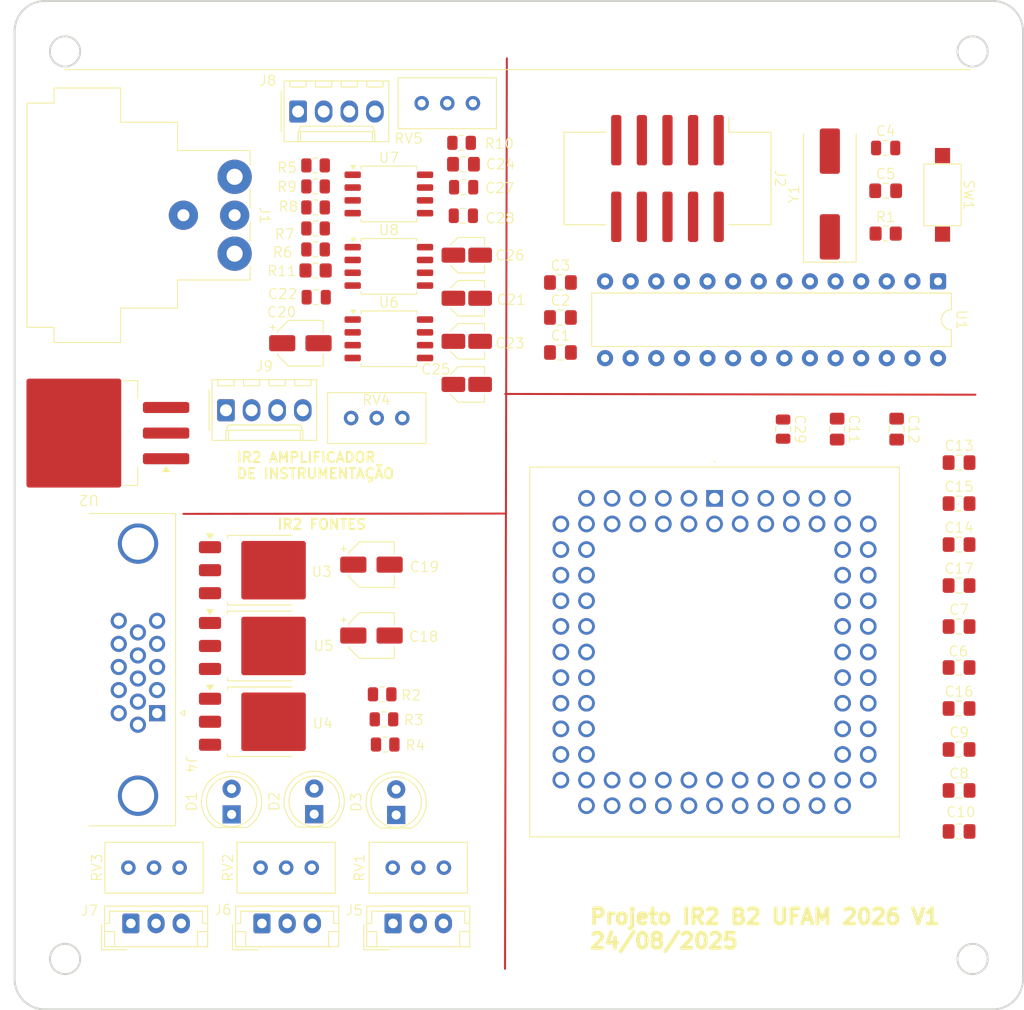
<source format=kicad_pcb>
(kicad_pcb (version 20241229) (generator "pcbnew") (generator_version "9.0")
  (title_block (title "IR2_B2_UFAM") (date "08/08/2025") (rev "V1") (company "UFAM-UFMG"))
  (layers (0 "F.Cu" signal) (2 "B.Cu" signal "B.Cu‏") (13 "F.Paste" user) (15 "B.Paste" user) (5 "F.SilkS" user "F.Silkscreen") (7 "B.SilkS" user "B.Silkscreen") (1 "F.Mask" user) (3 "B.Mask" user) (25 "Edge.Cuts" user))
  (net 0 "")
  (net 1 "Earth")
  (net 2 "/MODO E_RST E_RDR/3,3V")
  (net 3 "Net-(U6-CAP-)")
  (net 4 "Net-(U6-CAP+)")
  (net 5 "Net-(D1-A)")
  (net 6 "Net-(D2-A)")
  (net 7 "Net-(D3-A)")
  (net 8 "/MODO E_RST E_RDR/E_RDR")
  (net 9 "Net-(J3-RST)")
  (net 10 "-8,4V")
  (net 11 "/A0")
  (net 12 "/MODO E_RST E_RDR/E_RST")
  (net 13 "/A2")
  (net 14 "/Módulo Amplificador de Instrumentação/S+")
  (net 15 "/AC0")
  (net 16 "/A1")
  (net 17 "/Fontes/-8,4V")
  (net 18 "/Fontes/V+8,4V_IR2")
  (net 19 "/Fontes/V+8,4V_ATMEGA")
  (net 20 "/Fontes/V+8,4V_RST_RDR")
  (net 21 "/Módulo Amplificador de Instrumentação/VOUT")
  (net 22 "/Módulo Amplificador de Instrumentação/S-")
  (net 23 "Net-(R6-Pad1)")
  (net 24 "Net-(R7-Pad2)")
  (net 25 "Net-(R10-Pad1)")
  (net 26 "Net-(R10-Pad2)")
  (net 27 "/MODO E_RST E_RDR/V_LOAD")
  (net 32 "Net-(U1-XTAL2{slash}PB7)")
  (net 34 "/SCK")
  (net 35 "/Módulo Amplificador de Instrumentação/VIN")
  (net 36 "Net-(U1-XTAL1{slash}PB6)")
  (net 39 "2,5V")
  (net 40 "/MISO")
  (net 41 "Net-(U2-VO)")
  (net 44 "1,4V")
  (net 45 "3,3V")
  (net 46 "/RESET")
  (net 47 "Net-(U7--)")
  (net 48 "+8,4V")
  (net 49 "/RWS")
  (net 125 "/Fontes/+3,3V(IR2)")
  (net 126 "/AC1")
  (net 127 "/AC2")
  (net 128 "Net-(J3-RDR)")
  (net 130 "Net-(U7-+)")
  (net 133 "Net-(U8-2IN+)")
  (net 134 "Net-(U8-1IN+)")
  (net 135 "Net-(U7-Ref)")
  (net 136 "Net-(IC1-2IN+)")
  (net 137 "Net-(IC1-2IN-)")
  (net 138 "Net-(IC1-1IN+)")
  (footprint "Capacitor_SMD:C_0805_2012Metric_Pad1.18x1.45mm_HandSolder" (layer "F.Cu") (at 218.8425 105.662)
    (property "Reference" "C6" (at -0.0625 -1.6 0) (layer "F.SilkS") (effects (font (thickness 0.1))))
    (property "Value" "100nF")
    (pad "1" smd roundrect (at -1.0375 0) (size 1.175 1.45) (layers "F.Cu" "F.Mask" "F.Paste") (roundrect_rratio 0.212766) (net 125 "/Fontes/+3,3V(IR2)"))
    (pad "2" smd roundrect (at 1.0375 0) (size 1.175 1.45) (layers "F.Cu" "F.Mask" "F.Paste") (roundrect_rratio 0.212766) (net 1 "Earth"))
  )
  (footprint "Package_SO:SOIC-8_5.3x5.3mm_P1.27mm" (layer "F.Cu") (at 162.295 58.7)
    (property "Reference" "U7" (at 0 -3.6 0) (layer "F.SilkS") (effects (font (thickness 0.1))))
    (property "Value" "AD620")
    (pad "1" smd roundrect (at -3.5875 -1.905) (size 1.625 0.65) (layers "F.Cu" "F.Mask" "F.Paste") (net 25 "Net-(R10-Pad1)"))
    (pad "2" smd roundrect (at -3.5875 -0.635) (size 1.625 0.65) (layers "F.Cu" "F.Mask" "F.Paste") (net 47 "Net-(U7--)"))
    (pad "3" smd roundrect (at -3.5875 0.635) (size 1.625 0.65) (layers "F.Cu" "F.Mask" "F.Paste") (net 130 "Net-(U7-+)"))
    (pad "4" smd roundrect (at -3.5875 1.905) (size 1.625 0.65) (layers "F.Cu" "F.Mask" "F.Paste") (net 10 "-8,4V"))
    (pad "5" smd roundrect (at 3.5875 1.905) (size 1.625 0.65) (layers "F.Cu" "F.Mask" "F.Paste") (net 135 "Net-(U7-Ref)"))
    (pad "6" smd roundrect (at 3.5875 0.635) (size 1.625 0.65) (layers "F.Cu" "F.Mask" "F.Paste") (net 133 "Net-(U8-2IN+)"))
    (pad "7" smd roundrect (at 3.5875 -0.635) (size 1.625 0.65) (layers "F.Cu" "F.Mask" "F.Paste") (net 48 "+8,4V"))
    (pad "8" smd roundrect (at 3.5875 -1.905) (size 1.625 0.65) (layers "F.Cu" "F.Mask" "F.Paste") (net 26 "Net-(R10-Pad2)"))
  )
  (footprint "Capacitor_SMD:C_0805_2012Metric_Pad1.18x1.45mm_HandSolder" (layer "F.Cu") (at 218.8425 101.598)
    (property "Reference" "C7" (at 0 -1.68 0) (layer "F.SilkS") (effects (font (thickness 0.1))))
    (property "Value" "100nF")
    (pad "1" smd roundrect (at -1.0375 0) (size 1.175 1.45) (layers "F.Cu" "F.Mask" "F.Paste") (roundrect_rratio 0.212766) (net 125 "/Fontes/+3,3V(IR2)"))
    (pad "2" smd roundrect (at 1.0375 0) (size 1.175 1.45) (layers "F.Cu" "F.Mask" "F.Paste") (roundrect_rratio 0.212766) (net 1 "Earth"))
  )
  (footprint "Resistor_SMD:R_0805_2012Metric" (layer "F.Cu") (at 155.0275 57.953333)
    (property "Reference" "R9" (at -2.8275 0.033917 0) (layer "F.SilkS") (effects (font (thickness 0.1))))
    (property "Value" "1K")
    (pad "1" smd roundrect (at -0.9125 0) (size 1.025 1.4) (layers "F.Cu" "F.Mask" "F.Paste") (roundrect_rratio 0.243902) (net 130 "Net-(U7-+)"))
    (pad "2" smd roundrect (at 0.9125 0) (size 1.025 1.4) (layers "F.Cu" "F.Mask" "F.Paste") (roundrect_rratio 0.243902) (net 14 "/Módulo Amplificador de Instrumentação/S+"))
  )
  (footprint "Resistor_SMD:R_0805_2012Metric_Pad1.20x1.40mm_HandSolder" (layer "F.Cu") (at 155.0275 66.286667)
    (property "Reference" "R11" (at -3.3375 0.049583 0) (layer "F.SilkS") (effects (font (thickness 0.1))))
    (property "Value" "1K")
    (pad "1" smd roundrect (at -1 0) (size 1.2 1.4) (layers "F.Cu" "F.Mask" "F.Paste") (roundrect_rratio 0.208333) (net 133 "Net-(U8-2IN+)"))
    (pad "2" smd roundrect (at 1 0) (size 1.2 1.4) (layers "F.Cu" "F.Mask" "F.Paste") (roundrect_rratio 0.208333) (net 134 "Net-(U8-1IN+)"))
  )
  (footprint "Capacitor_SMD:C_0805_2012Metric" (layer "F.Cu") (at 201.39 82.02 -90)
    (property "Reference" "C29" (at 0 -1.68 270) (layer "F.SilkS") (effects (font (thickness 0.1))))
    (property "Value" "100nF")
    (pad "1" smd roundrect (at -0.95 0 270) (size 1 1.45) (layers "F.Cu" "F.Mask" "F.Paste") (net 1 "Earth"))
    (pad "2" smd roundrect (at 0.95 0 270) (size 1 1.45) (layers "F.Cu" "F.Mask" "F.Paste") (net 10 "-8,4V"))
  )
  (footprint "Capacitor_SMD:C_Elec_3x5.4" (layer "F.Cu") (at 170.02 77.59)
    (property "Reference" "C25" (at -3.07 -1.5 0) (layer "F.SilkS") (effects (font (thickness 0.1))))
    (property "Value" "10uF")
    (pad "1" smd roundrect (at -1.325 0) (size 2.35 1.5) (layers "F.Cu" "F.Mask" "F.Paste") (roundrect_rratio 0.166667) (net 3 "Net-(U6-CAP-)"))
    (pad "2" smd roundrect (at 1.325 0) (size 2.35 1.5) (layers "F.Cu" "F.Mask" "F.Paste") (roundrect_rratio 0.166667) (net 4 "Net-(U6-CAP+)"))
  )
  (footprint "Package_TO_SOT_SMD:TO-263-3_TabPin2" (layer "F.Cu") (at 132.555 82.415 180)
    (property "Reference" "U2" (at 0 -6.65 180) (layer "F.SilkS") (effects (font (thickness 0.1))))
    (property "Value" "AZ1084-5.0")
    (pad "1" smd roundrect (at -7.65 -2.54 180) (size 4.6 1.1) (layers "F.Cu" "F.Mask" "F.Paste") (roundrect_rratio 0.227273) (net 1 "Earth"))
    (pad "2" smd roundrect (at -7.65 0 180) (size 4.6 1.1) (layers "F.Cu" "F.Mask" "F.Paste") (roundrect_rratio 0.227273) (net 41 "Net-(U2-VO)"))
    (pad "2" smd roundrect (at 1.5 0 180) (size 9.4 10.8) (layers "F.Cu" "F.Mask") (roundrect_rratio 0.026596) (net 41 "Net-(U2-VO)"))
    (pad "3" smd roundrect (at -7.65 2.54 180) (size 4.6 1.1) (layers "F.Cu" "F.Mask" "F.Paste") (roundrect_rratio 0.227273) (net 18 "/Fontes/V+8,4V_IR2"))
  )
  (footprint "Capacitor_SMD:C_Elec_3x5.4" (layer "F.Cu") (at 170.02 64.77)
    (property "Reference" "C26" (at 4.29 0.02 0) (layer "F.SilkS") (effects (font (thickness 0.1))))
    (property "Value" "10uF")
    (pad "1" smd roundrect (at -1.325 0) (size 2.35 1.5) (layers "F.Cu" "F.Mask" "F.Paste") (roundrect_rratio 0.166667) (net 10 "-8,4V"))
    (pad "2" smd roundrect (at 1.325 0) (size 2.35 1.5) (layers "F.Cu" "F.Mask" "F.Paste") (roundrect_rratio 0.166667) (net 1 "Earth"))
  )
  (footprint "Capacitor_SMD:C_0805_2012Metric_Pad1.18x1.45mm_HandSolder" (layer "F.Cu") (at 218.8425 113.79)
    (property "Reference" "C9" (at 0 -1.68 0) (layer "F.SilkS") (effects (font (thickness 0.1))))
    (property "Value" "100nF")
    (pad "1" smd roundrect (at -1.0375 0) (size 1.175 1.45) (layers "F.Cu" "F.Mask" "F.Paste") (roundrect_rratio 0.212766) (net 49 "/RWS"))
    (pad "2" smd roundrect (at 1.0375 0) (size 1.175 1.45) (layers "F.Cu" "F.Mask" "F.Paste") (roundrect_rratio 0.212766) (net 1 "Earth"))
  )
  (footprint "Capacitor_SMD:C_0805_2012Metric" (layer "F.Cu") (at 169.71 58.03 180)
    (property "Reference" "C27" (at -3.58 -0.08 0) (layer "F.SilkS") (effects (font (thickness 0.1))))
    (property "Value" "100nF")
    (pad "1" smd roundrect (at -0.95 0 180) (size 1 1.45) (layers "F.Cu" "F.Mask" "F.Paste") (net 10 "-8,4V"))
    (pad "2" smd roundrect (at 0.95 0 180) (size 1 1.45) (layers "F.Cu" "F.Mask" "F.Paste") (net 1 "Earth"))
  )
  (footprint "Resistor_SMD:R_0805_2012Metric" (layer "F.Cu") (at 155.0275 64.203333)
    (property "Reference" "R6" (at -3.2675 0.275666 0) (layer "F.SilkS") (effects (font (thickness 0.1))))
    (property "Value" "1K")
    (pad "1" smd roundrect (at -0.9125 0) (size 1.025 1.4) (layers "F.Cu" "F.Mask" "F.Paste") (roundrect_rratio 0.243902) (net 23 "Net-(R6-Pad1)"))
    (pad "2" smd roundrect (at 0.9125 0) (size 1.025 1.4) (layers "F.Cu" "F.Mask" "F.Paste") (roundrect_rratio 0.243902) (net 48 "+8,4V"))
  )
  (footprint "Package_TO_SOT_SMD:TO-252-3_TabPin2" (layer "F.Cu") (at 149.6 111.04)
    (property "Reference" "U4" (at 6.135 0.17 0) (layer "F.SilkS") (effects (font (thickness 0.1))))
    (property "Value" "AZ1084-3.3")
    (pad "1" smd roundrect (at -5.04 -2.28) (size 2.2 1.2) (layers "F.Cu" "F.Mask" "F.Paste") (roundrect_rratio 0.208333) (net 1 "Earth"))
    (pad "2" smd roundrect (at -5.04 0) (size 2.2 1.2) (layers "F.Cu" "F.Mask" "F.Paste") (roundrect_rratio 0.208333) (net 2 "/MODO E_RST E_RDR/3,3V"))
    (pad "2" smd roundrect (at 1.26 0) (size 6.4 5.8) (layers "F.Cu" "F.Mask") (roundrect_rratio 0.043103) (net 2 "/MODO E_RST E_RDR/3,3V"))
    (pad "3" smd roundrect (at -5.04 2.28) (size 2.2 1.2) (layers "F.Cu" "F.Mask" "F.Paste") (roundrect_rratio 0.208333) (net 20 "/Fontes/V+8,4V_RST_RDR"))
  )
  (footprint "LED_THT:LED_D5.0mm" (layer "F.Cu") (at 146.7 120.23 90)
    (property "Reference" "D1" (at 1.27 -3.96 90) (layer "F.SilkS") (effects (font (thickness 0.1))))
    (property "Value" "LED")
    (pad "1" thru_hole rect (at 0 0 90) (size 1.8 1.8) (drill 0.9) (layers "*.Cu" "*.Mask") (net 1 "Earth"))
    (pad "2" thru_hole circle (at 2.54 0 90) (size 1.8 1.8) (drill 0.9) (layers "*.Cu" "*.Mask") (net 5 "Net-(D1-A)"))
  )
  (footprint "Capacitor_SMD:C_0805_2012Metric_Pad1.18x1.45mm_HandSolder" (layer "F.Cu") (at 218.8425 85.342)
    (property "Reference" "C13" (at 0 -1.68 0) (layer "F.SilkS") (effects (font (thickness 0.1))))
    (property "Value" "100nF")
    (pad "1" smd roundrect (at -1.0375 0) (size 1.175 1.45) (layers "F.Cu" "F.Mask" "F.Paste") (roundrect_rratio 0.212766) (net 13 "/A2"))
    (pad "2" smd roundrect (at 1.0375 0) (size 1.175 1.45) (layers "F.Cu" "F.Mask" "F.Paste") (roundrect_rratio 0.212766) (net 1 "Earth"))
  )
  (footprint "Capacitor_SMD:C_Elec_3x5.4" (layer "F.Cu") (at 170.02 69.043333)
    (property "Reference" "C21" (at 4.41 0.146667 0) (layer "F.SilkS") (effects (font (thickness 0.1))))
    (property "Value" "10uF")
    (pad "1" smd roundrect (at -1.325 0) (size 2.35 1.5) (layers "F.Cu" "F.Mask" "F.Paste") (roundrect_rratio 0.166667) (net 48 "+8,4V"))
    (pad "2" smd roundrect (at 1.325 0) (size 2.35 1.5) (layers "F.Cu" "F.Mask" "F.Paste") (roundrect_rratio 0.166667) (net 1 "Earth"))
  )
  (footprint "Capacitor_SMD:C_0805_2012Metric_Pad1.18x1.45mm_HandSolder" (layer "F.Cu") (at 169.6925 55.75)
    (property "Reference" "C24" (at 3.6775 0 0) (layer "F.SilkS") (effects (font (thickness 0.1))))
    (property "Value" "100nF")
    (pad "1" smd roundrect (at -1.0375 0) (size 1.175 1.45) (layers "F.Cu" "F.Mask" "F.Paste") (roundrect_rratio 0.212766) (net 48 "+8,4V"))
    (pad "2" smd roundrect (at 1.0375 0) (size 1.175 1.45) (layers "F.Cu" "F.Mask" "F.Paste") (roundrect_rratio 0.212766) (net 1 "Earth"))
  )
  (footprint "Capacitor_SMD:C_0805_2012Metric" (layer "F.Cu") (at 211.5625 54.14)
    (property "Reference" "C4" (at 0 -1.68 0) (layer "F.SilkS") (effects (font (thickness 0.1))))
    (property "Value" "22pF")
    (pad "1" smd roundrect (at -0.95 0) (size 1 1.45) (layers "F.Cu" "F.Mask" "F.Paste") (net 36 "Net-(U1-XTAL1{slash}PB6)"))
    (pad "2" smd roundrect (at 0.95 0) (size 1 1.45) (layers "F.Cu" "F.Mask" "F.Paste") (net 1 "Earth"))
  )
  (footprint "Button_Switch_SMD:SW_SPST_CK_RS282G05A3" (layer "F.Cu") (at 217.2 58.79 -90)
    (property "Reference" "SW1" (at 0 -2.6 270) (layer "F.SilkS") (effects (font (thickness 0.1))))
    (property "Value" "SW_SPST_CK_RS282G05A3")
    (pad "1" smd rect (at -3.9 0 270) (size 1.5 1.5) (layers "F.Cu" "F.Mask" "F.Paste") (net 46 "/RESET"))
    (pad "2" smd rect (at 3.9 0 270) (size 1.5 1.5) (layers "F.Cu" "F.Mask" "F.Paste") (net 46 "/RESET"))
  )
  (footprint "Connector_JST:JST_EH_B3B-EH-A_1x03_P2.50mm_Vertical" (layer "F.Cu") (at 162.71 131.04)
    (property "Reference" "J5" (at -3.84 -1.3 0) (layer "F.SilkS") (effects (font (thickness 0.1))))
    (property "Value" "Conn_01x03_Pin")
    (pad "1" thru_hole roundrect (at 0 0) (size 1.7 1.95) (drill 0.95) (layers "*.Cu" "*.Mask") (roundrect_rratio 0.147059) (net 2 "/MODO E_RST E_RDR/3,3V"))
    (pad "2" thru_hole oval (at 2.5 0) (size 1.7 1.95) (drill 0.95) (layers "*.Cu" "*.Mask") (net 1 "Earth"))
    (pad "3" thru_hole oval (at 5 0) (size 1.7 1.95) (drill 0.95) (layers "*.Cu" "*.Mask") (net 1 "Earth"))
  )
  (footprint "Capacitor_SMD:C_0805_2012Metric_Pad1.18x1.45mm_HandSolder" (layer "F.Cu") (at 218.8425 89.406)
    (property "Reference" "C15" (at 0 -1.68 0) (layer "F.SilkS") (effects (font (thickness 0.1))))
    (property "Value" "100nF")
    (pad "1" smd roundrect (at -1.0375 0) (size 1.175 1.45) (layers "F.Cu" "F.Mask" "F.Paste") (roundrect_rratio 0.212766) (net 126 "/AC1"))
    (pad "2" smd roundrect (at 1.0375 0) (size 1.175 1.45) (layers "F.Cu" "F.Mask" "F.Paste") (roundrect_rratio 0.212766) (net 1 "Earth"))
  )
  (footprint "Capacitor_SMD:C_0805_2012Metric_Pad1.18x1.45mm_HandSolder" (layer "F.Cu") (at 212.65 82.02 -90)
    (property "Reference" "C12" (at 0 -1.68 270) (layer "F.SilkS") (effects (font (thickness 0.1))))
    (property "Value" "100nF")
    (pad "1" smd roundrect (at -1.0375 0 270) (size 1.175 1.45) (layers "F.Cu" "F.Mask" "F.Paste") (roundrect_rratio 0.212766) (net 16 "/A1"))
    (pad "2" smd roundrect (at 1.0375 0 270) (size 1.175 1.45) (layers "F.Cu" "F.Mask" "F.Paste") (roundrect_rratio 0.212766) (net 1 "Earth"))
  )
  (footprint "Capacitor_SMD:C_0805_2012Metric_Pad1.18x1.45mm_HandSolder" (layer "F.Cu") (at 211.5625 58.385)
    (property "Reference" "C5" (at 0 -1.68 0) (layer "F.SilkS") (effects (font (thickness 0.1))))
    (property "Value" "22pF")
    (pad "1" smd roundrect (at -1.0375 0) (size 1.175 1.45) (layers "F.Cu" "F.Mask" "F.Paste") (roundrect_rratio 0.212766) (net 32 "Net-(U1-XTAL2{slash}PB7)"))
    (pad "2" smd roundrect (at 1.0375 0) (size 1.175 1.45) (layers "F.Cu" "F.Mask" "F.Paste") (roundrect_rratio 0.212766) (net 1 "Earth"))
  )
  (footprint "Capacitor_SMD:CP_Elec_4x5.8" (layer "F.Cu") (at 160.57 102.49)
    (property "Reference" "C18" (at 5.18 0.12 0) (layer "F.SilkS") (effects (font (thickness 0.1))))
    (property "Value" "22uF")
    (pad "1" smd roundrect (at -1.8 0) (size 2.6 1.6) (layers "F.Cu" "F.Mask" "F.Paste") (roundrect_rratio 0.15625) (net 125 "/Fontes/+3,3V(IR2)"))
    (pad "2" smd roundrect (at 1.8 0) (size 2.6 1.6) (layers "F.Cu" "F.Mask" "F.Paste") (roundrect_rratio 0.15625) (net 1 "Earth"))
  )
  (footprint "Capacitor_SMD:C_0805_2012Metric" (layer "F.Cu") (at 169.68 60.86)
    (property "Reference" "C28" (at 3.65 0.24 0) (layer "F.SilkS") (effects (font (thickness 0.1))))
    (property "Value" "100nF")
    (pad "1" smd roundrect (at -0.95 0) (size 1 1.45) (layers "F.Cu" "F.Mask" "F.Paste") (net 10 "-8,4V"))
    (pad "2" smd roundrect (at 0.95 0) (size 1 1.45) (layers "F.Cu" "F.Mask" "F.Paste") (net 48 "+8,4V"))
  )
  (footprint "Capacitor_SMD:C_0805_2012Metric_Pad1.18x1.45mm_HandSolder" (layer "F.Cu") (at 218.8425 93.47)
    (property "Reference" "C14" (at 0 -1.68 0) (layer "F.SilkS") (effects (font (thickness 0.1))))
    (property "Value" "100nF")
    (pad "1" smd roundrect (at -1.0375 0) (size 1.175 1.45) (layers "F.Cu" "F.Mask" "F.Paste") (roundrect_rratio 0.212766) (net 15 "/AC0"))
    (pad "2" smd roundrect (at 1.0375 0) (size 1.175 1.45) (layers "F.Cu" "F.Mask" "F.Paste") (roundrect_rratio 0.212766) (net 1 "Earth"))
  )
  (footprint "Resistor_SMD:R_0805_2012Metric_Pad1.20x1.40mm_HandSolder" (layer "F.Cu") (at 211.5625 62.63)
    (property "Reference" "R1" (at 0 -1.65 0) (layer "F.SilkS") (effects (font (thickness 0.1))))
    (property "Value" "10K")
    (pad "1" smd roundrect (at -1 0) (size 1.2 1.4) (layers "F.Cu" "F.Mask" "F.Paste") (roundrect_rratio 0.208333) (net 45 "3,3V"))
    (pad "2" smd roundrect (at 1 0) (size 1.2 1.4) (layers "F.Cu" "F.Mask" "F.Paste") (roundrect_rratio 0.208333) (net 46 "/RESET"))
  )
  (footprint "Connector_JST:JST_EH_B3B-EH-A_1x03_P2.50mm_Vertical" (layer "F.Cu") (at 136.71 131.04)
    (property "Reference" "J7" (at -4.1 -1.27 0) (layer "F.SilkS") (effects (font (thickness 0.1))))
    (property "Value" "Conn_01x03_Pin")
    (pad "1" thru_hole roundrect (at 0 0) (size 1.7 1.95) (drill 0.95) (layers "*.Cu" "*.Mask") (roundrect_rratio 0.147059) (net 2 "/MODO E_RST E_RDR/3,3V"))
    (pad "2" thru_hole oval (at 2.5 0) (size 1.7 1.95) (drill 0.95) (layers "*.Cu" "*.Mask") (net 8 "/MODO E_RST E_RDR/E_RDR"))
    (pad "3" thru_hole oval (at 5 0) (size 1.7 1.95) (drill 0.95) (layers "*.Cu" "*.Mask") (net 44 "1,4V"))
  )
  (footprint "Package_TO_SOT_SMD:TO-252-3_TabPin2" (layer "F.Cu") (at 149.6 103.525)
    (property "Reference" "U5" (at 6.215 -0.025 0) (layer "F.SilkS") (effects (font (thickness 0.1))))
    (property "Value" "AZ1084-3.3")
    (pad "1" smd roundrect (at -5.04 -2.28) (size 2.2 1.2) (layers "F.Cu" "F.Mask" "F.Paste") (roundrect_rratio 0.208333) (net 1 "Earth"))
    (pad "2" smd roundrect (at -5.04 0) (size 2.2 1.2) (layers "F.Cu" "F.Mask" "F.Paste") (roundrect_rratio 0.208333) (net 45 "3,3V"))
    (pad "2" smd roundrect (at 1.26 0) (size 6.4 5.8) (layers "F.Cu" "F.Mask") (roundrect_rratio 0.043103) (net 45 "3,3V"))
    (pad "3" smd roundrect (at -5.04 2.28) (size 2.2 1.2) (layers "F.Cu" "F.Mask" "F.Paste") (roundrect_rratio 0.208333) (net 19 "/Fontes/V+8,4V_ATMEGA"))
  )
  (footprint "Capacitor_SMD:C_0805_2012Metric_Pad1.18x1.45mm_HandSolder" (layer "F.Cu") (at 218.8425 109.726)
    (property "Reference" "C16" (at 0 -1.68 0) (layer "F.SilkS") (effects (font (thickness 0.1))))
    (property "Value" "100nF")
    (pad "1" smd roundrect (at -1.0375 0) (size 1.175 1.45) (layers "F.Cu" "F.Mask" "F.Paste") (roundrect_rratio 0.212766) (net 127 "/AC2"))
    (pad "2" smd roundrect (at 1.0375 0) (size 1.175 1.45) (layers "F.Cu" "F.Mask" "F.Paste") (roundrect_rratio 0.212766) (net 1 "Earth"))
  )
  (footprint "IR2_Library:IR2_UFAM_V0_PLCC84" (layer "F.Cu") (at 194.595 88.885)
    (property "Reference" "J3" (hide yes))
    (property "Value" "IR2_UFAM_V0_PLCC84" (hide yes))
    (pad "1" thru_hole rect (at 0 0) (size 1.65 1.65) (drill 1.1) (layers "*.Cu" "*.Mask") (net 125 "/Fontes/+3,3V(IR2)"))
    (pad "2" thru_hole circle (at 0 2.54) (size 1.65 1.65) (drill 1.1) (layers "*.Cu" "*.Mask"))
    (pad "3" thru_hole circle (at -2.54 0) (size 1.65 1.65) (drill 1.1) (layers "*.Cu" "*.Mask"))
    (pad "4" thru_hole circle (at -2.54 2.54) (size 1.65 1.65) (drill 1.1) (layers "*.Cu" "*.Mask"))
    (pad "5" thru_hole circle (at -5.08 0) (size 1.65 1.65) (drill 1.1) (layers "*.Cu" "*.Mask"))
    (pad "6" thru_hole circle (at -5.08 2.54) (size 1.65 1.65) (drill 1.1) (layers "*.Cu" "*.Mask"))
    (pad "7" thru_hole circle (at -7.62 0) (size 1.65 1.65) (drill 1.1) (layers "*.Cu" "*.Mask"))
    (pad "8" thru_hole circle (at -7.62 2.54) (size 1.65 1.65) (drill 1.1) (layers "*.Cu" "*.Mask"))
    (pad "9" thru_hole circle (at -10.16 0) (size 1.65 1.65) (drill 1.1) (layers "*.Cu" "*.Mask"))
    (pad "10" thru_hole circle (at -10.16 2.54) (size 1.65 1.65) (drill 1.1) (layers "*.Cu" "*.Mask"))
    (pad "11" thru_hole circle (at -12.7 0) (size 1.65 1.65) (drill 1.1) (layers "*.Cu" "*.Mask"))
    (pad "12" thru_hole circle (at -15.24 2.54) (size 1.65 1.65) (drill 1.1) (layers "*.Cu" "*.Mask"))
    (pad "13" thru_hole circle (at -12.7 2.54) (size 1.65 1.65) (drill 1.1) (layers "*.Cu" "*.Mask"))
    (pad "14" thru_hole circle (at -15.24 5.08) (size 1.65 1.65) (drill 1.1) (layers "*.Cu" "*.Mask"))
    (pad "15" thru_hole circle (at -12.7 5.08) (size 1.65 1.65) (drill 1.1) (layers "*.Cu" "*.Mask"))
    (pad "16" thru_hole circle (at -15.24 7.62) (size 1.65 1.65) (drill 1.1) (layers "*.Cu" "*.Mask") (net 27 "/MODO E_RST E_RDR/V_LOAD"))
    (pad "17" thru_hole circle (at -12.7 7.62) (size 1.65 1.65) (drill 1.1) (layers "*.Cu" "*.Mask"))
    (pad "18" thru_hole circle (at -15.24 10.16) (size 1.65 1.65) (drill 1.1) (layers "*.Cu" "*.Mask"))
    (pad "19" thru_hole circle (at -12.7 10.16) (size 1.65 1.65) (drill 1.1) (layers "*.Cu" "*.Mask"))
    (pad "20" thru_hole circle (at -15.24 12.7) (size 1.65 1.65) (drill 1.1) (layers "*.Cu" "*.Mask"))
    (pad "21" thru_hole circle (at -12.7 12.7) (size 1.65 1.65) (drill 1.1) (layers "*.Cu" "*.Mask"))
    (pad "22" thru_hole circle (at -15.24 15.24) (size 1.65 1.65) (drill 1.1) (layers "*.Cu" "*.Mask"))
    (pad "23" thru_hole circle (at -12.7 15.24) (size 1.65 1.65) (drill 1.1) (layers "*.Cu" "*.Mask") (net 12 "/MODO E_RST E_RDR/E_RST"))
    (pad "24" thru_hole circle (at -15.24 17.78) (size 1.65 1.65) (drill 1.1) (layers "*.Cu" "*.Mask"))
    (pad "25" thru_hole circle (at -12.7 17.78) (size 1.65 1.65) (drill 1.1) (layers "*.Cu" "*.Mask"))
    (pad "26" thru_hole circle (at -15.24 20.32) (size 1.65 1.65) (drill 1.1) (layers "*.Cu" "*.Mask"))
    (pad "27" thru_hole circle (at -12.7 20.32) (size 1.65 1.65) (drill 1.1) (layers "*.Cu" "*.Mask"))
    (pad "28" thru_hole circle (at -15.24 22.86) (size 1.65 1.65) (drill 1.1) (layers "*.Cu" "*.Mask"))
    (pad "29" thru_hole circle (at -12.7 22.86) (size 1.65 1.65) (drill 1.1) (layers "*.Cu" "*.Mask"))
    (pad "30" thru_hole circle (at -15.24 25.4) (size 1.65 1.65) (drill 1.1) (layers "*.Cu" "*.Mask"))
    (pad "31" thru_hole circle (at -12.7 25.4) (size 1.65 1.65) (drill 1.1) (layers "*.Cu" "*.Mask"))
    (pad "32" thru_hole circle (at -15.24 27.94) (size 1.65 1.65) (drill 1.1) (layers "*.Cu" "*.Mask"))
    (pad "33" thru_hole circle (at -12.7 30.48) (size 1.65 1.65) (drill 1.1) (layers "*.Cu" "*.Mask"))
    (pad "34" thru_hole circle (at -12.7 27.94) (size 1.65 1.65) (drill 1.1) (layers "*.Cu" "*.Mask"))
    (pad "35" thru_hole circle (at -10.16 30.48) (size 1.65 1.65) (drill 1.1) (layers "*.Cu" "*.Mask"))
    (pad "36" thru_hole circle (at -10.16 27.94) (size 1.65 1.65) (drill 1.1) (layers "*.Cu" "*.Mask"))
    (pad "37" thru_hole circle (at -7.62 30.48) (size 1.65 1.65) (drill 1.1) (layers "*.Cu" "*.Mask"))
    (pad "38" thru_hole circle (at -7.62 27.94) (size 1.65 1.65) (drill 1.1) (layers "*.Cu" "*.Mask") (net 8 "/MODO E_RST E_RDR/E_RDR"))
    (pad "39" thru_hole circle (at -5.08 30.48) (size 1.65 1.65) (drill 1.1) (layers "*.Cu" "*.Mask") (net 1 "Earth"))
    (pad "40" thru_hole circle (at -5.08 27.94) (size 1.65 1.65) (drill 1.1) (layers "*.Cu" "*.Mask") (net 22 "/Módulo Amplificador de Instrumentação/S-"))
    (pad "41" thru_hole circle (at -2.54 30.48) (size 1.65 1.65) (drill 1.1) (layers "*.Cu" "*.Mask"))
    (pad "42" thru_hole circle (at -2.54 27.94) (size 1.65 1.65) (drill 1.1) (layers "*.Cu" "*.Mask"))
    (pad "43" thru_hole circle (at 0 30.48) (size 1.65 1.65) (drill 1.1) (layers "*.Cu" "*.Mask"))
    (pad "44" thru_hole circle (at 0 27.94) (size 1.65 1.65) (drill 1.1) (layers "*.Cu" "*.Mask"))
    (pad "45" thru_hole circle (at 2.54 30.48) (size 1.65 1.65) (drill 1.1) (layers "*.Cu" "*.Mask"))
    (pad "46" thru_hole circle (at 2.54 27.94) (size 1.65 1.65) (drill 1.1) (layers "*.Cu" "*.Mask"))
    (pad "47" thru_hole circle (at 5.08 30.48) (size 1.65 1.65) (drill 1.1) (layers "*.Cu" "*.Mask"))
    (pad "48" thru_hole circle (at 5.08 27.94) (size 1.65 1.65) (drill 1.1) (layers "*.Cu" "*.Mask"))
    (pad "49" thru_hole circle (at 7.62 30.48) (size 1.65 1.65) (drill 1.1) (layers "*.Cu" "*.Mask"))
    (pad "50" thru_hole circle (at 7.62 27.94) (size 1.65 1.65) (drill 1.1) (layers "*.Cu" "*.Mask"))
    (pad "51" thru_hole circle (at 10.16 30.48) (size 1.65 1.65) (drill 1.1) (layers "*.Cu" "*.Mask") (net 9 "Net-(J3-RST)"))
    (pad "52" thru_hole circle (at 10.16 27.94) (size 1.65 1.65) (drill 1.1) (layers "*.Cu" "*.Mask"))
    (pad "53" thru_hole circle (at 12.7 30.48) (size 1.65 1.65) (drill 1.1) (layers "*.Cu" "*.Mask"))
    (pad "54" thru_hole circle (at 15.24 27.94) (size 1.65 1.65) (drill 1.1) (layers "*.Cu" "*.Mask") (net 49 "/RWS"))
    (pad "55" thru_hole circle (at 12.7 27.94) (size 1.65 1.65) (drill 1.1) (layers "*.Cu" "*.Mask") (net 128 "Net-(J3-RDR)"))
    (pad "56" thru_hole circle (at 15.24 25.4) (size 1.65 1.65) (drill 1.1) (layers "*.Cu" "*.Mask") (net 1 "Earth"))
    (pad "57" thru_hole circle (at 12.7 25.4) (size 1.65 1.65) (drill 1.1) (layers "*.Cu" "*.Mask"))
    (pad "58" thru_hole circle (at 15.24 22.86) (size 1.65 1.65) (drill 1.1) (layers "*.Cu" "*.Mask"))
    (pad "59" thru_hole circle (at 12.7 22.86) (size 1.65 1.65) (drill 1.1) (layers "*.Cu" "*.Mask"))
    (pad "60" thru_hole circle (at 15.24 20.32) (size 1.65 1.65) (drill 1.1) (layers "*.Cu" "*.Mask"))
    (pad "61" thru_hole circle (at 12.7 20.32) (size 1.65 1.65) (drill 1.1) (layers "*.Cu" "*.Mask"))
    (pad "62" thru_hole circle (at 15.24 17.78) (size 1.65 1.65) (drill 1.1) (layers "*.Cu" "*.Mask"))
    (pad "63" thru_hole circle (at 12.7 17.78) (size 1.65 1.65) (drill 1.1) (layers "*.Cu" "*.Mask"))
    (pad "64" thru_hole circle (at 15.24 15.24) (size 1.65 1.65) (drill 1.1) (layers "*.Cu" "*.Mask"))
    (pad "65" thru_hole circle (at 12.7 15.24) (size 1.65 1.65) (drill 1.1) (layers "*.Cu" "*.Mask"))
    (pad "66" thru_hole circle (at 15.24 12.7) (size 1.65 1.65) (drill 1.1) (layers "*.Cu" "*.Mask") (net 125 "/Fontes/+3,3V(IR2)"))
    (pad "67" thru_hole circle (at 12.7 12.7) (size 1.65 1.65) (drill 1.1) (layers "*.Cu" "*.Mask") (net 127 "/AC2"))
    (pad "68" thru_hole circle (at 15.24 10.16) (size 1.65 1.65) (drill 1.1) (layers "*.Cu" "*.Mask") (net 126 "/AC1"))
    (pad "69" thru_hole circle (at 12.7 10.16) (size 1.65 1.65) (drill 1.1) (layers "*.Cu" "*.Mask") (net 15 "/AC0"))
    (pad "70" thru_hole circle (at 15.24 7.62) (size 1.65 1.65) (drill 1.1) (layers "*.Cu" "*.Mask") (net 13 "/A2"))
    (pad "71" thru_hole circle (at 12.7 7.62) (size 1.65 1.65) (drill 1.1) (layers "*.Cu" "*.Mask") (net 16 "/A1"))
    (pad "72" thru_hole circle (at 15.24 5.08) (size 1.65 1.65) (drill 1.1) (layers "*.Cu" "*.Mask") (net 11 "/A0"))
    (pad "73" thru_hole circle (at 12.7 5.08) (size 1.65 1.65) (drill 1.1) (layers "*.Cu" "*.Mask"))
    (pad "74" thru_hole circle (at 15.24 2.54) (size 1.65 1.65) (drill 1.1) (layers "*.Cu" "*.Mask") (net 125 "/Fontes/+3,3V(IR2)"))
    (pad "75" thru_hole circle (at 12.7 0) (size 1.65 1.65) (drill 1.1) (layers "*.Cu" "*.Mask"))
    (pad "76" thru_hole circle (at 12.7 2.54) (size 1.65 1.65) (drill 1.1) (layers "*.Cu" "*.Mask"))
    (pad "77" thru_hole circle (at 10.16 0) (size 1.65 1.65) (drill 1.1) (layers "*.Cu" "*.Mask"))
    (pad "78" thru_hole circle (at 10.16 2.54) (size 1.65 1.65) (drill 1.1) (layers "*.Cu" "*.Mask"))
    (pad "79" thru_hole circle (at 7.62 0) (size 1.65 1.65) (drill 1.1) (layers "*.Cu" "*.Mask"))
    (pad "80" thru_hole circle (at 7.62 2.54) (size 1.65 1.65) (drill 1.1) (layers "*.Cu" "*.Mask"))
    (pad "81" thru_hole circle (at 5.08 0) (size 1.65 1.65) (drill 1.1) (layers "*.Cu" "*.Mask"))
    (pad "82" thru_hole circle (at 5.08 2.54) (size 1.65 1.65) (drill 1.1) (layers "*.Cu" "*.Mask"))
    (pad "83" thru_hole circle (at 2.54 0) (size 1.65 1.65) (drill 1.1) (layers "*.Cu" "*.Mask"))
    (pad "84" thru_hole circle (at 2.54 2.54) (size 1.65 1.65) (drill 1.1) (layers "*.Cu" "*.Mask"))
  )
  (footprint "Connector_JST:JST_EH_B3B-EH-A_1x03_P2.50mm_Vertical" (layer "F.Cu") (at 149.71 131.04)
    (property "Reference" "J6" (at -3.87 -1.35 0) (layer "F.SilkS") (effects (font (thickness 0.1))))
    (property "Value" "Conn_01x03_Pin")
    (pad "1" thru_hole roundrect (at 0 0) (size 1.7 1.95) (drill 0.95) (layers "*.Cu" "*.Mask") (roundrect_rratio 0.147059) (net 1 "Earth"))
    (pad "2" thru_hole oval (at 2.5 0) (size 1.7 1.95) (drill 0.95) (layers "*.Cu" "*.Mask") (net 12 "/MODO E_RST E_RDR/E_RST"))
    (pad "3" thru_hole oval (at 5 0) (size 1.7 1.95) (drill 0.95) (layers "*.Cu" "*.Mask") (net 39 "2,5V"))
  )
  (footprint "Potentiometer_THT:Potentiometer_Bourns_3296W_Vertical" (layer "F.Cu") (at 141.545 125.51)
    (property "Reference" "RV3" (at -8.195 0.005 90) (layer "F.SilkS") (effects (font (thickness 0.1))))
    (property "Value" "10K")
    (pad "1" thru_hole circle (at 0 0) (size 1.44 1.44) (drill 0.8) (layers "*.Cu" "*.Mask") (net 2 "/MODO E_RST E_RDR/3,3V"))
    (pad "2" thru_hole circle (at -2.54 0) (size 1.44 1.44) (drill 0.8) (layers "*.Cu" "*.Mask") (net 27 "/MODO E_RST E_RDR/V_LOAD"))
    (pad "3" thru_hole circle (at -5.08 0) (size 1.44 1.44) (drill 0.8) (layers "*.Cu" "*.Mask") (net 1 "Earth"))
  )
  (footprint "Connector_Dsub:DSUB-15-HD_Socket_Horizontal_P2.29x1.90mm_EdgePinOffset3.03mm_Housed_MountingHolesOffset4.94mm" (layer "F.Cu") (at 139.31 110.19 -90)
    (property "Reference" "J4" (at 5.07 -3.37 270) (layer "F.SilkS") (effects (font (thickness 0.1))))
    (property "Value" "DE15_Socket_HighDensity_MountingHoles")
    (pad "0" thru_hole circle (at -16.815 1.89 270) (size 4 4) (drill 3.2) (layers "*.Cu" "*.Mask") (net 1 "Earth"))
    (pad "0" thru_hole circle (at 8.185 1.89 270) (size 4 4) (drill 3.2) (layers "*.Cu" "*.Mask") (net 1 "Earth"))
    (pad "1" thru_hole rect (at 0 0 270) (size 1.6 1.6) (drill 1) (layers "*.Cu" "*.Mask"))
    (pad "2" thru_hole circle (at -2.29 0 270) (size 1.6 1.6) (drill 1) (layers "*.Cu" "*.Mask"))
    (pad "3" thru_hole circle (at -4.58 0 270) (size 1.6 1.6) (drill 1) (layers "*.Cu" "*.Mask"))
    (pad "4" thru_hole circle (at -6.87 0 270) (size 1.6 1.6) (drill 1) (layers "*.Cu" "*.Mask"))
    (pad "5" thru_hole circle (at -9.16 0 270) (size 1.6 1.6) (drill 1) (layers "*.Cu" "*.Mask") (net 19 "/Fontes/V+8,4V_ATMEGA"))
    (pad "6" thru_hole circle (at 1.145 1.9 270) (size 1.6 1.6) (drill 1) (layers "*.Cu" "*.Mask"))
    (pad "7" thru_hole circle (at -1.145 1.9 270) (size 1.6 1.6) (drill 1) (layers "*.Cu" "*.Mask"))
    (pad "8" thru_hole circle (at -3.435 1.9 270) (size 1.6 1.6) (drill 1) (layers "*.Cu" "*.Mask"))
    (pad "9" thru_hole circle (at -5.725 1.9 270) (size 1.6 1.6) (drill 1) (layers "*.Cu" "*.Mask"))
    (pad "10" thru_hole circle (at -8.015 1.9 270) (size 1.6 1.6) (drill 1) (layers "*.Cu" "*.Mask"))
    (pad "11" thru_hole circle (at 0 3.8 270) (size 1.6 1.6) (drill 1) (layers "*.Cu" "*.Mask") (net 35 "/Módulo Amplificador de Instrumentação/VIN"))
    (pad "12" thru_hole circle (at -2.29 3.8 270) (size 1.6 1.6) (drill 1) (layers "*.Cu" "*.Mask") (net 1 "Earth"))
    (pad "13" thru_hole circle (at -4.58 3.8 270) (size 1.6 1.6) (drill 1) (layers "*.Cu" "*.Mask") (net 17 "/Fontes/-8,4V"))
    (pad "14" thru_hole circle (at -6.87 3.8 270) (size 1.6 1.6) (drill 1) (layers "*.Cu" "*.Mask") (net 18 "/Fontes/V+8,4V_IR2"))
    (pad "15" thru_hole circle (at -9.16 3.8 270) (size 1.6 1.6) (drill 1) (layers "*.Cu" "*.Mask") (net 20 "/Fontes/V+8,4V_RST_RDR"))
  )
  (footprint "Connector_IDC:IDC-Header_2x05_P2.54mm_Vertical_SMD" (layer "F.Cu") (at 189.925 57.165 -90)
    (property "Reference" "J2" (at 0 -11.16 270) (layer "F.SilkS") (effects (font (thickness 0.1))))
    (property "Value" "USBAsp")
    (pad "1" smd roundrect (at -3.8 -5.08 270) (size 5 1.02) (layers "F.Cu" "F.Mask" "F.Paste") (roundrect_rratio 0.245098) (net 49 "/RWS"))
    (pad "2" smd roundrect (at 3.8 -5.08 270) (size 5 1.02) (layers "F.Cu" "F.Mask" "F.Paste") (roundrect_rratio 0.245098) (net 45 "3,3V"))
    (pad "3" smd roundrect (at -3.8 -2.54 270) (size 5 1.02) (layers "F.Cu" "F.Mask" "F.Paste") (roundrect_rratio 0.245098))
    (pad "4" smd roundrect (at 3.8 -2.54 270) (size 5 1.02) (layers "F.Cu" "F.Mask" "F.Paste") (roundrect_rratio 0.245098) (net 1 "Earth"))
    (pad "5" smd roundrect (at -3.8 0 270) (size 5 1.02) (layers "F.Cu" "F.Mask" "F.Paste") (roundrect_rratio 0.245098) (net 46 "/RESET"))
    (pad "6" smd roundrect (at 3.8 0 270) (size 5 1.02) (layers "F.Cu" "F.Mask" "F.Paste") (roundrect_rratio 0.245098) (net 1 "Earth"))
    (pad "7" smd roundrect (at -3.8 2.54 270) (size 5 1.02) (layers "F.Cu" "F.Mask" "F.Paste") (roundrect_rratio 0.245098) (net 34 "/SCK"))
    (pad "8" smd roundrect (at 3.8 2.54 270) (size 5 1.02) (layers "F.Cu" "F.Mask" "F.Paste") (roundrect_rratio 0.245098) (net 1 "Earth"))
    (pad "9" smd roundrect (at -3.8 5.08 270) (size 5 1.02) (layers "F.Cu" "F.Mask" "F.Paste") (roundrect_rratio 0.245098) (net 40 "/MISO"))
    (pad "10" smd roundrect (at 3.8 5.08 270) (size 5 1.02) (layers "F.Cu" "F.Mask" "F.Paste") (roundrect_rratio 0.245098) (net 1 "Earth"))
  )
  (footprint "Resistor_SMD:R_0805_2012Metric" (layer "F.Cu") (at 161.93 113.3)
    (property "Reference" "R4" (at 2.99 0.08 0) (layer "F.SilkS") (effects (font (thickness 0.1))))
    (property "Value" "220R")
    (pad "1" smd roundrect (at -0.9125 0) (size 1.025 1.4) (layers "F.Cu" "F.Mask" "F.Paste") (roundrect_rratio 0.243902) (net 45 "3,3V"))
    (pad "2" smd roundrect (at 0.9125 0) (size 1.025 1.4) (layers "F.Cu" "F.Mask" "F.Paste") (roundrect_rratio 0.243902) (net 7 "Net-(D3-A)"))
  )
  (footprint "Connector_Molex:Molex_KK-254_AE-6410-04A_1x04_P2.54mm_Vertical" (layer "F.Cu") (at 153.29 50.52465)
    (property "Reference" "J8" (at -3 -3.06465 0) (layer "F.SilkS") (effects (font (thickness 0.1))))
    (property "Value" "Entrada")
    (pad "1" thru_hole roundrect (at 0 0) (size 1.74 2.19) (drill 1.19) (layers "*.Cu" "*.Mask") (roundrect_rratio 0.143678) (net 35 "/Módulo Amplificador de Instrumentação/VIN"))
    (pad "2" thru_hole oval (at 2.54 0) (size 1.74 2.19) (drill 1.19) (layers "*.Cu" "*.Mask") (net 1 "Earth"))
    (pad "3" thru_hole oval (at 5.08 0) (size 1.74 2.19) (drill 1.19) (layers "*.Cu" "*.Mask") (net 22 "/Módulo Amplificador de Instrumentação/S-"))
    (pad "4" thru_hole oval (at 7.62 0) (size 1.74 2.19) (drill 1.19) (layers "*.Cu" "*.Mask") (net 14 "/Módulo Amplificador de Instrumentação/S+"))
  )
  (footprint "Capacitor_SMD:C_0805_2012Metric_Pad1.18x1.45mm_HandSolder" (layer "F.Cu") (at 206.75 82.02 -90)
    (property "Reference" "C11" (at 0 -1.68 270) (layer "F.SilkS") (effects (font (thickness 0.1))))
    (property "Value" "100nF")
    (pad "1" smd roundrect (at -1.0375 0 270) (size 1.175 1.45) (layers "F.Cu" "F.Mask" "F.Paste") (roundrect_rratio 0.212766) (net 11 "/A0"))
    (pad "2" smd roundrect (at 1.0375 0 270) (size 1.175 1.45) (layers "F.Cu" "F.Mask" "F.Paste") (roundrect_rratio 0.212766) (net 1 "Earth"))
  )
  (footprint "Capacitor_SMD:C_0805_2012Metric" (layer "F.Cu") (at 155.09 68.94)
    (property "Reference" "C22" (at -3.34 -0.32 0) (layer "F.SilkS") (effects (font (thickness 0.1))))
    (property "Value" "100nF")
    (pad "1" smd roundrect (at -0.95 0) (size 1 1.45) (layers "F.Cu" "F.Mask" "F.Paste") (net 48 "+8,4V"))
    (pad "2" smd roundrect (at 0.95 0) (size 1 1.45) (layers "F.Cu" "F.Mask" "F.Paste") (net 1 "Earth"))
  )
  (footprint "LED_THT:LED_D5.0mm" (layer "F.Cu") (at 163.02 120.285 90)
    (property "Reference" "D3" (at 1.27 -3.96 90) (layer "F.SilkS") (effects (font (thickness 0.1))))
    (property "Value" "LED")
    (pad "1" thru_hole rect (at 0 0 90) (size 1.8 1.8) (drill 0.9) (layers "*.Cu" "*.Mask") (net 1 "Earth"))
    (pad "2" thru_hole circle (at 2.54 0 90) (size 1.8 1.8) (drill 0.9) (layers "*.Cu" "*.Mask") (net 7 "Net-(D3-A)"))
  )
  (footprint "Package_DIP:DIP-28_W7.62mm" (layer "F.Cu") (at 216.755 67.365 -90)
    (property "Reference" "U1" (at 3.81 -2.33 270) (layer "F.SilkS") (effects (font (thickness 0.1))))
    (property "Value" "ATmega328-P")
    (pad "1" thru_hole roundrect (at 0 0 270) (size 1.6 1.6) (drill 0.8) (layers "*.Cu" "*.Mask") (roundrect_rratio 0.15625) (net 46 "/RESET"))
    (pad "2" thru_hole circle (at 0 2.54 270) (size 1.6 1.6) (drill 0.8) (layers "*.Cu" "*.Mask"))
    (pad "3" thru_hole circle (at 0 5.08 270) (size 1.6 1.6) (drill 0.8) (layers "*.Cu" "*.Mask"))
    (pad "4" thru_hole circle (at 0 7.62 270) (size 1.6 1.6) (drill 0.8) (layers "*.Cu" "*.Mask") (net 11 "/A0"))
    (pad "5" thru_hole circle (at 0 10.16 270) (size 1.6 1.6) (drill 0.8) (layers "*.Cu" "*.Mask") (net 16 "/A1"))
    (pad "6" thru_hole circle (at 0 12.7 270) (size 1.6 1.6) (drill 0.8) (layers "*.Cu" "*.Mask") (net 13 "/A2"))
    (pad "7" thru_hole circle (at 0 15.24 270) (size 1.6 1.6) (drill 0.8) (layers "*.Cu" "*.Mask") (net 45 "3,3V"))
    (pad "8" thru_hole circle (at 0 17.78 270) (size 1.6 1.6) (drill 0.8) (layers "*.Cu" "*.Mask") (net 1 "Earth"))
    (pad "9" thru_hole circle (at 0 20.32 270) (size 1.6 1.6) (drill 0.8) (layers "*.Cu" "*.Mask") (net 36 "Net-(U1-XTAL1{slash}PB6)"))
    (pad "10" thru_hole circle (at 0 22.86 270) (size 1.6 1.6) (drill 0.8) (layers "*.Cu" "*.Mask") (net 32 "Net-(U1-XTAL2{slash}PB7)"))
    (pad "11" thru_hole circle (at 0 25.4 270) (size 1.6 1.6) (drill 0.8) (layers "*.Cu" "*.Mask") (net 15 "/AC0"))
    (pad "12" thru_hole circle (at 0 27.94 270) (size 1.6 1.6) (drill 0.8) (layers "*.Cu" "*.Mask") (net 126 "/AC1"))
    (pad "13" thru_hole circle (at 0 30.48 270) (size 1.6 1.6) (drill 0.8) (layers "*.Cu" "*.Mask") (net 127 "/AC2"))
    (pad "14" thru_hole circle (at 0 33.02 270) (size 1.6 1.6) (drill 0.8) (layers "*.Cu" "*.Mask"))
    (pad "15" thru_hole circle (at 7.62 33.02 270) (size 1.6 1.6) (drill 0.8) (layers "*.Cu" "*.Mask") (net 9 "Net-(J3-RST)"))
    (pad "16" thru_hole circle (at 7.62 30.48 270) (size 1.6 1.6) (drill 0.8) (layers "*.Cu" "*.Mask") (net 128 "Net-(J3-RDR)"))
    (pad "17" thru_hole circle (at 7.62 27.94 270) (size 1.6 1.6) (drill 0.8) (layers "*.Cu" "*.Mask") (net 49 "/RWS"))
    (pad "18" thru_hole circle (at 7.62 25.4 270) (size 1.6 1.6) (drill 0.8) (layers "*.Cu" "*.Mask") (net 40 "/MISO"))
    (pad "19" thru_hole circle (at 7.62 22.86 270) (size 1.6 1.6) (drill 0.8) (layers "*.Cu" "*.Mask") (net 34 "/SCK"))
    (pad "20" thru_hole circle (at 7.62 20.32 270) (size 1.6 1.6) (drill 0.8) (layers "*.Cu" "*.Mask") (net 45 "3,3V"))
    (pad "21" thru_hole circle (at 7.62 17.78 270) (size 1.6 1.6) (drill 0.8) (layers "*.Cu" "*.Mask") (net 45 "3,3V"))
    (pad "22" thru_hole circle (at 7.62 15.24 270) (size 1.6 1.6) (drill 0.8) (layers "*.Cu" "*.Mask") (net 1 "Earth"))
    (pad "23" thru_hole circle (at 7.62 12.7 270) (size 1.6 1.6) (drill 0.8) (layers "*.Cu" "*.Mask") (net 21 "/Módulo Amplificador de Instrumentação/VOUT"))
    (pad "24" thru_hole circle (at 7.62 10.16 270) (size 1.6 1.6) (drill 0.8) (layers "*.Cu" "*.Mask"))
    (pad "25" thru_hole circle (at 7.62 7.62 270) (size 1.6 1.6) (drill 0.8) (layers "*.Cu" "*.Mask"))
    (pad "26" thru_hole circle (at 7.62 5.08 270) (size 1.6 1.6) (drill 0.8) (layers "*.Cu" "*.Mask"))
    (pad "27" thru_hole circle (at 7.62 2.54 270) (size 1.6 1.6) (drill 0.8) (layers "*.Cu" "*.Mask"))
    (pad "28" thru_hole circle (at 7.62 0 270) (size 1.6 1.6) (drill 0.8) (layers "*.Cu" "*.Mask"))
  )
  (footprint "Capacitor_SMD:C_0805_2012Metric_Pad1.18x1.45mm_HandSolder" (layer "F.Cu") (at 218.8425 121.918)
    (property "Reference" "C10" (at 0.1775 -1.93 0) (layer "F.SilkS") (effects (font (thickness 0.1))))
    (property "Value" "100nF")
    (pad "1" smd roundrect (at -1.0375 0) (size 1.175 1.45) (layers "F.Cu" "F.Mask" "F.Paste") (roundrect_rratio 0.212766) (net 9 "Net-(J3-RST)"))
    (pad "2" smd roundrect (at 1.0375 0) (size 1.175 1.45) (layers "F.Cu" "F.Mask" "F.Paste") (roundrect_rratio 0.212766) (net 1 "Earth"))
  )
  (footprint "Connector_Audio:Jack_XLR_Neutrik_NC3MBH-B_Horizontal" (layer "F.Cu") (at 147 57 -90)
    (property "Reference" "J1" (at 3.81 -3 270) (layer "F.SilkS") (effects (font (thickness 0.1))))
    (property "Value" "NC3MBH-B")
    (pad "" np_thru_hole circle (at 0 8.89 270) (size 1.6 1.6) (drill 1.6) (layers "*.Cu" "*.Mask"))
    (pad "" np_thru_hole circle (at 7.62 13.97 270) (size 1.6 1.6) (drill 1.6) (layers "*.Cu" "*.Mask"))
    (pad "1" thru_hole circle (at 0 0 270) (size 3.4 3.4) (drill 1.6) (layers "*.Cu" "*.Mask") (net 14 "/Módulo Amplificador de Instrumentação/S+"))
    (pad "2" thru_hole circle (at 7.62 0 270) (size 3.4 3.4) (drill 1.6) (layers "*.Cu" "*.Mask") (net 1 "Earth"))
    (pad "3" thru_hole circle (at 3.81 0 270) (size 2.9 2.9) (drill 1.2) (layers "*.Cu" "*.Mask") (net 1 "Earth"))
    (pad "G" thru_hole circle (at 3.81 5.08 270) (size 2.9 2.9) (drill 1.2) (layers "*.Cu" "*.Mask") (net 1 "Earth"))
  )
  (footprint "Potentiometer_THT:Potentiometer_Bourns_3296W_Vertical" (layer "F.Cu") (at 170.63 49.7)
    (property "Reference" "RV5" (at -6.38 3.5 0) (layer "F.SilkS") (effects (font (thickness 0.1))))
    (property "Value" "100K")
    (pad "1" thru_hole circle (at 0 0) (size 1.44 1.44) (drill 0.8) (layers "*.Cu" "*.Mask") (net 25 "Net-(R10-Pad1)"))
    (pad "2" thru_hole circle (at -2.54 0) (size 1.44 1.44) (drill 0.8) (layers "*.Cu" "*.Mask") (net 25 "Net-(R10-Pad1)"))
    (pad "3" thru_hole circle (at -5.08 0) (size 1.44 1.44) (drill 0.8) (layers "*.Cu" "*.Mask") (net 26 "Net-(R10-Pad2)"))
  )
  (footprint "Capacitor_SMD:CP_Elec_4x5.8" (layer "F.Cu") (at 160.57 95.46)
    (property "Reference" "C19" (at 5.25 0.22 0) (layer "F.SilkS") (effects (font (thickness 0.1))))
    (property "Value" "22uF")
    (pad "1" smd roundrect (at -1.8 0) (size 2.6 1.6) (layers "F.Cu" "F.Mask" "F.Paste") (roundrect_rratio 0.15625) (net 2 "/MODO E_RST E_RDR/3,3V"))
    (pad "2" smd roundrect (at 1.8 0) (size 2.6 1.6) (layers "F.Cu" "F.Mask" "F.Paste") (roundrect_rratio 0.15625) (net 1 "Earth"))
  )
  (footprint "Capacitor_SMD:C_0805_2012Metric_Pad1.18x1.45mm_HandSolder" (layer "F.Cu") (at 179.31 74.42)
    (property "Reference" "C1" (at 0 -1.68 0) (layer "F.SilkS") (effects (font (thickness 0.1))))
    (property "Value" "100nF")
    (pad "1" smd roundrect (at -1.0375 0) (size 1.175 1.45) (layers "F.Cu" "F.Mask" "F.Paste") (roundrect_rratio 0.212766) (net 9 "Net-(J3-RST)"))
    (pad "2" smd roundrect (at 1.0375 0) (size 1.175 1.45) (layers "F.Cu" "F.Mask" "F.Paste") (roundrect_rratio 0.212766) (net 1 "Earth"))
  )
  (footprint "Connector_Molex:Molex_KK-254_AE-6410-04A_1x04_P2.54mm_Vertical" (layer "F.Cu") (at 146.14 80.15)
    (property "Reference" "J9" (at 3.81 -4.36 0) (layer "F.SilkS") (effects (font (thickness 0.1))))
    (property "Value" "Saída")
    (pad "1" thru_hole roundrect (at 0 0) (size 1.74 2.19) (drill 1.19) (layers "*.Cu" "*.Mask") (roundrect_rratio 0.143678) (net 1 "Earth"))
    (pad "2" thru_hole oval (at 2.54 0) (size 1.74 2.19) (drill 1.19) (layers "*.Cu" "*.Mask") (net 21 "/Módulo Amplificador de Instrumentação/VOUT"))
    (pad "3" thru_hole oval (at 5.08 0) (size 1.74 2.19) (drill 1.19) (layers "*.Cu" "*.Mask") (net 1 "Earth"))
    (pad "4" thru_hole oval (at 7.62 0) (size 1.74 2.19) (drill 1.19) (layers "*.Cu" "*.Mask") (net 10 "-8,4V"))
  )
  (footprint "Capacitor_SMD:CP_Elec_4x5.8" (layer "F.Cu") (at 153.52 73.5)
    (property "Reference" "C20" (at -1.86 -3.08 0) (layer "F.SilkS") (effects (font (thickness 0.1))))
    (property "Value" "22uF")
    (pad "1" smd roundrect (at -1.8 0) (size 2.6 1.6) (layers "F.Cu" "F.Mask" "F.Paste") (roundrect_rratio 0.15625) (net 45 "3,3V"))
    (pad "2" smd roundrect (at 1.8 0) (size 2.6 1.6) (layers "F.Cu" "F.Mask" "F.Paste") (roundrect_rratio 0.15625) (net 1 "Earth"))
  )
  (footprint "Capacitor_SMD:C_0805_2012Metric_Pad1.18x1.45mm_HandSolder" (layer "F.Cu") (at 179.31 70.95)
    (property "Reference" "C2" (at 0 -1.68 0) (layer "F.SilkS") (effects (font (thickness 0.1))))
    (property "Value" "100nF")
    (pad "1" smd roundrect (at -1.0375 0) (size 1.175 1.45) (layers "F.Cu" "F.Mask" "F.Paste") (roundrect_rratio 0.212766) (net 128 "Net-(J3-RDR)"))
    (pad "2" smd roundrect (at 1.0375 0) (size 1.175 1.45) (layers "F.Cu" "F.Mask" "F.Paste") (roundrect_rratio 0.212766) (net 1 "Earth"))
  )
  (footprint "LED_THT:LED_D5.0mm" (layer "F.Cu") (at 154.89 120.205 90)
    (property "Reference" "D2" (at 1.27 -3.96 90) (layer "F.SilkS") (effects (font (thickness 0.1))))
    (property "Value" "LED")
    (pad "1" thru_hole rect (at 0 0 90) (size 1.8 1.8) (drill 0.9) (layers "*.Cu" "*.Mask") (net 1 "Earth"))
    (pad "2" thru_hole circle (at 2.54 0 90) (size 1.8 1.8) (drill 0.9) (layers "*.Cu" "*.Mask") (net 6 "Net-(D2-A)"))
  )
  (footprint "Potentiometer_THT:Potentiometer_Bourns_3296W_Vertical" (layer "F.Cu") (at 154.65 125.51)
    (property "Reference" "RV2" (at -8.31 0.005 90) (layer "F.SilkS") (effects (font (thickness 0.1))))
    (property "Value" "10K")
    (pad "1" thru_hole circle (at 0 0) (size 1.44 1.44) (drill 0.8) (layers "*.Cu" "*.Mask") (net 2 "/MODO E_RST E_RDR/3,3V"))
    (pad "2" thru_hole circle (at -2.54 0) (size 1.44 1.44) (drill 0.8) (layers "*.Cu" "*.Mask") (net 44 "1,4V"))
    (pad "3" thru_hole circle (at -5.08 0) (size 1.44 1.44) (drill 0.8) (layers "*.Cu" "*.Mask") (net 1 "Earth"))
  )
  (footprint "Resistor_SMD:R_0805_2012Metric" (layer "F.Cu") (at 169.5075 53.63)
    (property "Reference" "R10" (at 3.7425 0.08 0) (layer "F.SilkS") (effects (font (thickness 0.1))))
    (property "Value" "49,4kR")
    (pad "1" smd roundrect (at -0.9125 0) (size 1.025 1.4) (layers "F.Cu" "F.Mask" "F.Paste") (roundrect_rratio 0.243902) (net 25 "Net-(R10-Pad1)"))
    (pad "2" smd roundrect (at 0.9125 0) (size 1.025 1.4) (layers "F.Cu" "F.Mask" "F.Paste") (roundrect_rratio 0.243902) (net 26 "Net-(R10-Pad2)"))
  )
  (footprint "Package_TO_SOT_SMD:TO-252-3_TabPin2" (layer "F.Cu") (at 149.6 96.01)
    (property "Reference" "U3" (at 6.035 0.15 0) (layer "F.SilkS") (effects (font (thickness 0.1))))
    (property "Value" "AZ1084-3.3")
    (pad "1" smd roundrect (at -5.04 -2.28) (size 2.2 1.2) (layers "F.Cu" "F.Mask" "F.Paste") (roundrect_rratio 0.208333) (net 1 "Earth"))
    (pad "2" smd roundrect (at -5.04 0) (size 2.2 1.2) (layers "F.Cu" "F.Mask" "F.Paste") (roundrect_rratio 0.208333) (net 125 "/Fontes/+3,3V(IR2)"))
    (pad "2" smd roundrect (at 1.26 0) (size 6.4 5.8) (layers "F.Cu" "F.Mask") (roundrect_rratio 0.043103) (net 125 "/Fontes/+3,3V(IR2)"))
    (pad "3" smd roundrect (at -5.04 2.28) (size 2.2 1.2) (layers "F.Cu" "F.Mask" "F.Paste") (roundrect_rratio 0.208333) (net 41 "Net-(U2-VO)"))
  )
  (footprint "Capacitor_SMD:C_Elec_3x5.4" (layer "F.Cu") (at 170.02 73.316667)
    (property "Reference" "C23" (at 4.29 0.183333 0) (layer "F.SilkS") (effects (font (thickness 0.1))))
    (property "Value" "10uF")
    (pad "1" smd roundrect (at -1.325 0) (size 2.35 1.5) (layers "F.Cu" "F.Mask" "F.Paste") (roundrect_rratio 0.166667) (net 48 "+8,4V"))
    (pad "2" smd roundrect (at 1.325 0) (size 2.35 1.5) (layers "F.Cu" "F.Mask" "F.Paste") (roundrect_rratio 0.166667) (net 1 "Earth"))
  )
  (footprint "Package_SO:SOIC-8_5.3x5.3mm_P1.27mm" (layer "F.Cu") (at 162.295 73.06)
    (property "Reference" "U6" (at 0 -3.6 0) (layer "F.SilkS") (effects (font (thickness 0.1))))
    (property "Value" "LMC7660")
    (pad "1" smd roundrect (at -3.5875 -1.905) (size 1.625 0.65) (layers "F.Cu" "F.Mask" "F.Paste"))
    (pad "2" smd roundrect (at -3.5875 -0.635) (size 1.625 0.65) (layers "F.Cu" "F.Mask" "F.Paste") (net 4 "Net-(U6-CAP+)"))
    (pad "3" smd roundrect (at -3.5875 0.635) (size 1.625 0.65) (layers "F.Cu" "F.Mask" "F.Paste") (net 1 "Earth"))
    (pad "4" smd roundrect (at -3.5875 1.905) (size 1.625 0.65) (layers "F.Cu" "F.Mask" "F.Paste") (net 3 "Net-(U6-CAP-)"))
    (pad "5" smd roundrect (at 3.5875 1.905) (size 1.625 0.65) (layers "F.Cu" "F.Mask" "F.Paste") (net 10 "-8,4V"))
    (pad "6" smd roundrect (at 3.5875 0.635) (size 1.625 0.65) (layers "F.Cu" "F.Mask" "F.Paste"))
    (pad "7" smd roundrect (at 3.5875 -0.635) (size 1.625 0.65) (layers "F.Cu" "F.Mask" "F.Paste"))
    (pad "8" smd roundrect (at 3.5875 -1.905) (size 1.625 0.65) (layers "F.Cu" "F.Mask" "F.Paste") (net 48 "+8,4V"))
  )
  (footprint "Potentiometer_THT:Potentiometer_Bourns_3296W_Vertical" (layer "F.Cu") (at 167.755 125.51)
    (property "Reference" "RV1" (at -8.375 0.005 90) (layer "F.SilkS") (effects (font (thickness 0.1))))
    (property "Value" "10K")
    (pad "1" thru_hole circle (at 0 0) (size 1.44 1.44) (drill 0.8) (layers "*.Cu" "*.Mask") (net 2 "/MODO E_RST E_RDR/3,3V"))
    (pad "2" thru_hole circle (at -2.54 0) (size 1.44 1.44) (drill 0.8) (layers "*.Cu" "*.Mask") (net 39 "2,5V"))
    (pad "3" thru_hole circle (at -5.08 0) (size 1.44 1.44) (drill 0.8) (layers "*.Cu" "*.Mask") (net 1 "Earth"))
  )
  (footprint "Capacitor_SMD:C_0805_2012Metric_Pad1.18x1.45mm_HandSolder" (layer "F.Cu") (at 218.8425 117.854)
    (property "Reference" "C8" (at 0 -1.68 0) (layer "F.SilkS") (effects (font (thickness 0.1))))
    (property "Value" "100nF")
    (pad "1" smd roundrect (at -1.0375 0) (size 1.175 1.45) (layers "F.Cu" "F.Mask" "F.Paste") (roundrect_rratio 0.212766) (net 128 "Net-(J3-RDR)"))
    (pad "2" smd roundrect (at 1.0375 0) (size 1.175 1.45) (layers "F.Cu" "F.Mask" "F.Paste") (roundrect_rratio 0.212766) (net 1 "Earth"))
  )
  (footprint "Capacitor_SMD:C_0805_2012Metric_Pad1.18x1.45mm_HandSolder" (layer "F.Cu") (at 218.8425 97.534)
    (property "Reference" "C17" (at 0 -1.68 0) (layer "F.SilkS") (effects (font (thickness 0.1))))
    (property "Value" "100nF")
    (pad "1" smd roundrect (at -1.0375 0) (size 1.175 1.45) (layers "F.Cu" "F.Mask" "F.Paste") (roundrect_rratio 0.212766) (net 125 "/Fontes/+3,3V(IR2)"))
    (pad "2" smd roundrect (at 1.0375 0) (size 1.175 1.45) (layers "F.Cu" "F.Mask" "F.Paste") (roundrect_rratio 0.212766) (net 1 "Earth"))
  )
  (footprint "IR2_Library:ir2_U8_SOIC-8_5.3x5.3mm_P1.27mm" (layer "F.Cu") (at 162.295 65.88)
    (property "Reference" "U8" (at 0 -3.6 0) (layer "F.SilkS") (effects (font (thickness 0.1))))
    (property "Value" "LM358")
    (pad "1" smd roundrect (at -3.5875 -1.905) (size 1.625 0.65) (layers "F.Cu" "F.Mask" "F.Paste") (net 21 "/Módulo Amplificador de Instrumentação/VOUT"))
    (pad "2" smd roundrect (at -3.5875 -0.635) (size 1.625 0.65) (layers "F.Cu" "F.Mask" "F.Paste") (net 21 "/Módulo Amplificador de Instrumentação/VOUT"))
    (pad "3" smd roundrect (at -3.5875 0.635) (size 1.625 0.65) (layers "F.Cu" "F.Mask" "F.Paste") (net 138 "Net-(IC1-1IN+)"))
    (pad "4" smd roundrect (at -3.5875 1.905) (size 1.625 0.65) (layers "F.Cu" "F.Mask" "F.Paste") (net 10 "-8,4V"))
    (pad "5" smd roundrect (at 3.5875 1.905) (size 1.625 0.65) (layers "F.Cu" "F.Mask" "F.Paste") (net 136 "Net-(IC1-2IN+)"))
    (pad "6" smd roundrect (at 3.5875 0.635) (size 1.625 0.65) (layers "F.Cu" "F.Mask" "F.Paste") (net 137 "Net-(IC1-2IN-)"))
    (pad "7" smd roundrect (at 3.5875 -0.635) (size 1.625 0.65) (layers "F.Cu" "F.Mask" "F.Paste") (net 137 "Net-(IC1-2IN-)"))
    (pad "8" smd roundrect (at 3.5875 -1.905) (size 1.625 0.65) (layers "F.Cu" "F.Mask" "F.Paste") (net 48 "+8,4V"))
  )
  (footprint "Resistor_SMD:R_0805_2012Metric" (layer "F.Cu") (at 161.81 110.8)
    (property "Reference" "R3" (at 2.95 0.07 0) (layer "F.SilkS") (effects (font (thickness 0.1))))
    (property "Value" "220R")
    (pad "1" smd roundrect (at -0.9125 0) (size 1.025 1.4) (layers "F.Cu" "F.Mask" "F.Paste") (roundrect_rratio 0.243902) (net 2 "/MODO E_RST E_RDR/3,3V"))
    (pad "2" smd roundrect (at 0.9125 0) (size 1.025 1.4) (layers "F.Cu" "F.Mask" "F.Paste") (roundrect_rratio 0.243902) (net 6 "Net-(D2-A)"))
  )
  (footprint "Capacitor_SMD:C_0805_2012Metric_Pad1.18x1.45mm_HandSolder" (layer "F.Cu") (at 179.31 67.48)
    (property "Reference" "C3" (at 0 -1.68 0) (layer "F.SilkS") (effects (font (thickness 0.1))))
    (property "Value" "100nF")
    (pad "1" smd roundrect (at -1.0375 0) (size 1.175 1.45) (layers "F.Cu" "F.Mask" "F.Paste") (roundrect_rratio 0.212766) (net 49 "/RWS"))
    (pad "2" smd roundrect (at 1.0375 0) (size 1.175 1.45) (layers "F.Cu" "F.Mask" "F.Paste") (roundrect_rratio 0.212766) (net 1 "Earth"))
  )
  (footprint "Resistor_SMD:R_0805_2012Metric" (layer "F.Cu") (at 155.0275 55.87)
    (property "Reference" "R5" (at -2.8275 0.23 0) (layer "F.SilkS") (effects (font (thickness 0.1))))
    (property "Value" "10R")
    (pad "1" smd roundrect (at -0.9125 0) (size 1.025 1.4) (layers "F.Cu" "F.Mask" "F.Paste") (roundrect_rratio 0.243902) (net 35 "/Módulo Amplificador de Instrumentação/VIN"))
    (pad "2" smd roundrect (at 0.9125 0) (size 1.025 1.4) (layers "F.Cu" "F.Mask" "F.Paste") (roundrect_rratio 0.243902) (net 48 "+8,4V"))
  )
  (footprint "Potentiometer_THT:Potentiometer_Bourns_3296W_Vertical" (layer "F.Cu") (at 163.63 80.92)
    (property "Reference" "RV4" (at -2.5775 -1.785 0) (layer "F.SilkS") (effects (font (thickness 0.1))))
    (property "Value" "10K")
    (pad "1" thru_hole circle (at 0 0) (size 1.44 1.44) (drill 0.8) (layers "*.Cu" "*.Mask") (net 23 "Net-(R6-Pad1)"))
    (pad "2" thru_hole circle (at -2.54 0) (size 1.44 1.44) (drill 0.8) (layers "*.Cu" "*.Mask") (net 133 "Net-(U8-2IN+)"))
    (pad "3" thru_hole circle (at -5.08 0) (size 1.44 1.44) (drill 0.8) (layers "*.Cu" "*.Mask") (net 24 "Net-(R7-Pad2)"))
  )
  (footprint "Resistor_SMD:R_0805_2012Metric" (layer "F.Cu") (at 161.63 108.32)
    (property "Reference" "R2" (at 2.87 0.1 0) (layer "F.SilkS") (effects (font (thickness 0.1))))
    (property "Value" "220R")
    (pad "1" smd roundrect (at -0.9125 0) (size 1.025 1.4) (layers "F.Cu" "F.Mask" "F.Paste") (roundrect_rratio 0.243902) (net 5 "Net-(D1-A)"))
    (pad "2" smd roundrect (at 0.9125 0) (size 1.025 1.4) (layers "F.Cu" "F.Mask" "F.Paste") (roundrect_rratio 0.243902) (net 125 "/Fontes/+3,3V(IR2)"))
  )
  (footprint "Resistor_SMD:R_0805_2012Metric" (layer "F.Cu") (at 155.0275 62.12)
    (property "Reference" "R7" (at -3.0675 0.57175 0) (layer "F.SilkS") (effects (font (thickness 0.1))))
    (property "Value" "1K")
    (pad "1" smd roundrect (at -0.9125 0) (size 1.025 1.4) (layers "F.Cu" "F.Mask" "F.Paste") (roundrect_rratio 0.243902) (net 10 "-8,4V"))
    (pad "2" smd roundrect (at 0.9125 0) (size 1.025 1.4) (layers "F.Cu" "F.Mask" "F.Paste") (roundrect_rratio 0.243902) (net 24 "Net-(R7-Pad2)"))
  )
  (footprint "Crystal:Crystal_SMD_HC49-SD" (layer "F.Cu") (at 206.025 58.705 90)
    (property "Reference" "Y1" (at 0 -3.55 90) (layer "F.SilkS") (effects (font (thickness 0.1))))
    (property "Value" "16MHz")
    (pad "1" smd roundrect (at -4.25 0 90) (size 4.5 2) (layers "F.Cu" "F.Mask" "F.Paste") (roundrect_rratio 0.125) (net 32 "Net-(U1-XTAL2{slash}PB7)"))
    (pad "2" smd roundrect (at 4.25 0 90) (size 4.5 2) (layers "F.Cu" "F.Mask" "F.Paste") (roundrect_rratio 0.125) (net 36 "Net-(U1-XTAL1{slash}PB6)"))
  )
  (footprint "Resistor_SMD:R_0805_2012Metric" (layer "F.Cu") (at 155.0275 60.036667)
    (property "Reference" "R8" (at -2.6975 -0.08 0) (layer "F.SilkS") (effects (font (thickness 0.1))))
    (property "Value" "1K")
    (pad "1" smd roundrect (at -0.9125 0) (size 1.025 1.4) (layers "F.Cu" "F.Mask" "F.Paste") (roundrect_rratio 0.243902) (net 47 "Net-(U7--)"))
    (pad "2" smd roundrect (at 0.9125 0) (size 1.025 1.4) (layers "F.Cu" "F.Mask" "F.Paste") (roundrect_rratio 0.243902) (net 22 "/Módulo Amplificador de Instrumentação/S-"))
  )
  (gr_line (start 173.905 90.395) (end 141.925 90.425) (stroke (width 0.2)) (layer "F.Cu") (net 125))
  (gr_line (start 173.995 45.255) (end 173.815 135.535) (stroke (width 0.2)) (layer "F.Cu") (net 125))
  (gr_line (start 220.4625 78.6075) (end 173.8375 78.5325) (stroke (width 0.2)) (layer "F.Cu") (net 125))
  (gr_line (start 130.14 46.37) (end 219.98 46.37) (stroke (width 0.1)) (layer "F.SilkS"))
  (gr_arc (start 125.182498 42.564998) (mid 126.061177 40.443679) (end 128.182495 39.565) (stroke (width 0.2)) (layer "Edge.Cuts"))
  (gr_circle (center 220.1825 134.565) (end 220.1825 136.065) (stroke (width 0.2)) (fill no) (layer "Edge.Cuts"))
  (gr_arc (start 225.182498 136.564998) (mid 224.303817 138.686318) (end 222.182498 139.565) (stroke (width 0.2)) (layer "Edge.Cuts"))
  (gr_circle (center 220.1825 44.565) (end 220.1825 46.065) (stroke (width 0.2)) (fill no) (layer "Edge.Cuts"))
  (gr_line (start 225.182498 136.564998) (end 225.182498 42.565001) (stroke (width 0.2)) (layer "Edge.Cuts"))
  (gr_line (start 128.182501 139.565) (end 222.182498 139.565) (stroke (width 0.2)) (layer "Edge.Cuts"))
  (gr_circle (center 130.1825 134.565) (end 130.1825 136.065) (stroke (width 0.2)) (fill no) (layer "Edge.Cuts"))
  (gr_arc (start 128.182501 139.565) (mid 126.061179 138.686319) (end 125.182498 136.564998) (stroke (width 0.2)) (layer "Edge.Cuts"))
  (gr_arc (start 222.182497 39.565) (mid 224.303818 40.44368) (end 225.182498 42.565001) (stroke (width 0.2)) (layer "Edge.Cuts"))
  (gr_line (start 125.182498 42.564998) (end 125.182498 136.564998) (stroke (width 0.2)) (layer "Edge.Cuts"))
  (gr_circle (center 130.1825 44.565) (end 130.1825 46.065) (stroke (width 0.2)) (fill no) (layer "Edge.Cuts"))
  (gr_line (start 222.182497 39.565) (end 128.182495 39.565) (stroke (width 0.2)) (layer "Edge.Cuts"))
  (gr_text "Projeto IR2 B2 UFAM 2026 V1\n24/08/2025" (at 182.04 133.66 0) (layer "F.SilkS") (effects (font (size 1.5 1.5) (thickness 0.375) (bold yes)) (justify left bottom)))
  (gr_text "IR2 AMPLIFICADOR \nDE INSTRUMENTAÇÃO" (at 147.1 87.02 0) (layer "F.SilkS") (effects (font (size 1 1) (thickness 0.2) (bold yes)) (justify left bottom)))
  (gr_text "IR2 FONTES" (at 151.13 92.05 0) (layer "F.SilkS") (effects (font (size 1 1) (thickness 0.2) (bold yes)) (justify left bottom)))
)
</source>
